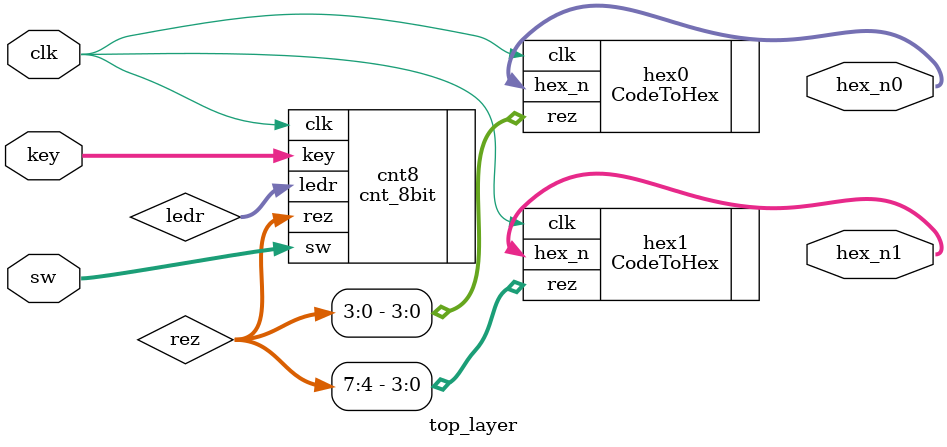
<source format=v>
module top_layer (
						input 				clk,
						input      	[9:0] 	sw,
						input 	   	[1:0] 	key,
						output	 	[6:0]   hex_n0,
						output	 	[6:0]   hex_n1);
						
						
wire [9:0] 	ledr;
wire [7:0] 	 rez;						

// generate endgenerate						
cnt_8bit cnt8		(  .clk(clk),
					   .sw(sw),
					   .key	(key),
					   .ledr(ledr),
					   .rez(rez)
					   );
					   
CodeToHex hex0		(  .clk(clk),
					   .rez(rez [3:0]),
					   .hex_n(hex_n0)
					   );
					   
					   
CodeToHex hex1		(  .clk(clk),
					   .rez(rez [7:4]),
					   .hex_n(hex_n1)
					   );
					   
					  

endmodule 
</source>
